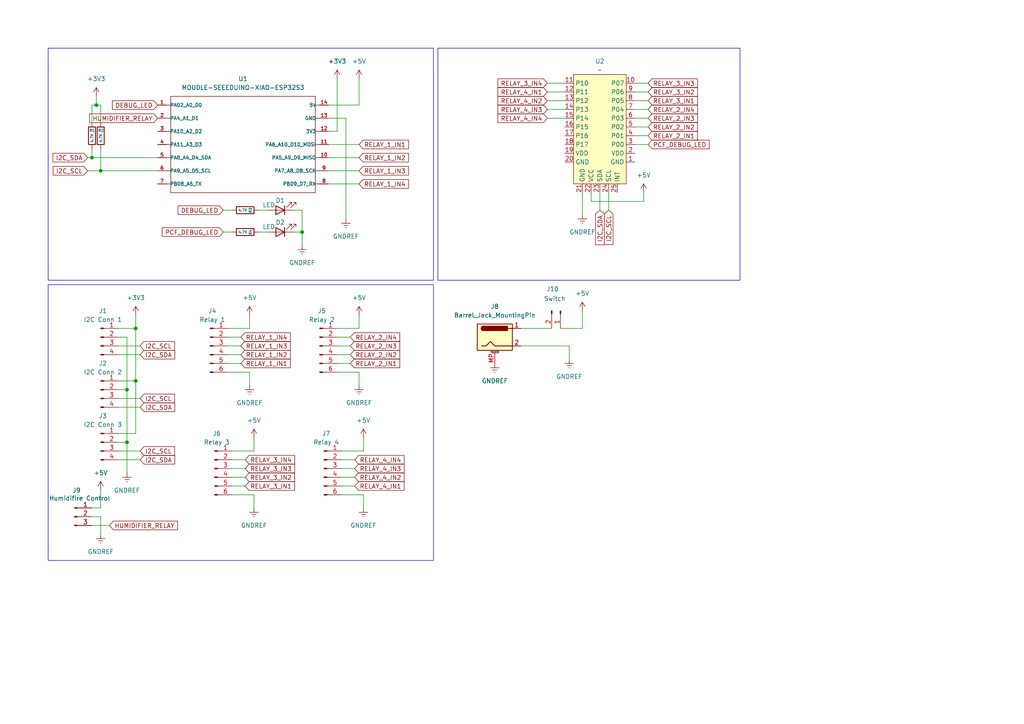
<source format=kicad_sch>
(kicad_sch (version 20231120) (generator "eeschema") (generator_version "8.0")
  (paper "A4")
  (lib_symbols
    (symbol "BSF-Lib:MOUDLE-SEEEDUINO-XIAO-ESP32S3" (pin_names (offset 1.016))
      (property "Reference" "U" (at -21.59 15.24 0))
      (property "Value" "MOUDLE-SEEEDUINO-XIAO-ESP32S3" (at -21.59 13.97 0))
      (symbol "MOUDLE-SEEEDUINO-XIAO-ESP32S3_0_0"
        (polyline (pts (xy -21.59 -13.97) (xy -21.59 0)) (stroke (width 0.1524)))
        (polyline (pts (xy -21.59 -11.43) (xy -22.86 -11.43)) (stroke (width 0.1524)))
        (polyline (pts (xy -21.59 -7.62) (xy -22.86 -7.62)) (stroke (width 0.1524)))
        (polyline (pts (xy -21.59 -3.81) (xy -22.86 -3.81)) (stroke (width 0.1524)))
        (polyline (pts (xy -21.59 0) (xy -22.86 0)) (stroke (width 0.1524)))
        (polyline (pts (xy -21.59 0) (xy -21.59 3.81)) (stroke (width 0.1524)))
        (polyline (pts (xy -21.59 3.81) (xy -22.86 3.81)) (stroke (width 0.1524)))
        (polyline (pts (xy -21.59 3.81) (xy -21.59 7.62)) (stroke (width 0.1524)))
        (polyline (pts (xy -21.59 7.62) (xy -22.86 7.62)) (stroke (width 0.1524)))
        (polyline (pts (xy -21.59 7.62) (xy -21.59 11.43)) (stroke (width 0.1524)))
        (polyline (pts (xy -21.59 11.43) (xy -22.86 11.43)) (stroke (width 0.1524)))
        (polyline (pts (xy -21.59 11.43) (xy -21.59 13.97)) (stroke (width 0.1524)))
        (polyline (pts (xy -21.59 13.97) (xy 20.32 13.97)) (stroke (width 0.1524)))
        (polyline (pts (xy 20.32 -13.97) (xy -21.59 -13.97)) (stroke (width 0.1524)))
        (polyline (pts (xy 20.32 3.81) (xy 20.32 -13.97)) (stroke (width 0.1524)))
        (polyline (pts (xy 20.32 7.62) (xy 20.32 3.81)) (stroke (width 0.1524)))
        (polyline (pts (xy 20.32 11.43) (xy 20.32 7.62)) (stroke (width 0.1524)))
        (polyline (pts (xy 20.32 13.97) (xy 20.32 11.43)) (stroke (width 0.1524)))
        (polyline (pts (xy 21.59 -11.43) (xy 20.32 -11.43)) (stroke (width 0.1524)))
        (polyline (pts (xy 21.59 -7.62) (xy 20.32 -7.62)) (stroke (width 0.1524)))
        (polyline (pts (xy 21.59 -3.81) (xy 20.32 -3.81)) (stroke (width 0.1524)))
        (polyline (pts (xy 21.59 0) (xy 20.32 0)) (stroke (width 0.1524)))
        (polyline (pts (xy 21.59 3.81) (xy 20.32 3.81)) (stroke (width 0.1524)))
        (polyline (pts (xy 21.59 7.62) (xy 20.32 7.62)) (stroke (width 0.1524)))
        (polyline (pts (xy 21.59 11.43) (xy 20.32 11.43)) (stroke (width 0.1524)))
        (pin bidirectional line (at -25.4 11.43 0) (length 2.54) (name "PA02_A0_D0") (number "1"))
        (pin bidirectional line (at 24.13 -3.81 180) (length 2.54) (name "PA5_A9_D9_MISO") (number "10"))
        (pin bidirectional line (at 24.13 0 180) (length 2.54) (name "PA6_A10_D10_MOSI") (number "11"))
        (pin bidirectional line (at 24.13 3.81 180) (length 2.54) (name "3V3") (number "12"))
        (pin bidirectional line (at 24.13 7.62 180) (length 2.54) (name "GND") (number "13"))
        (pin bidirectional line (at 24.13 11.43 180) (length 2.54) (name "5V") (number "14"))
        (pin bidirectional line (at -25.4 7.62 0) (length 2.54) (name "PA4_A1_D1") (number "2"))
        (pin bidirectional line (at -25.4 3.81 0) (length 2.54) (name "PA10_A2_D2") (number "3"))
        (pin bidirectional line (at -25.4 0 0) (length 2.54) (name "PA11_A3_D3") (number "4"))
        (pin bidirectional line (at -25.4 -3.81 0) (length 2.54) (name "PA8_A4_D4_SDA") (number "5"))
        (pin bidirectional line (at -25.4 -7.62 0) (length 2.54) (name "PA9_A5_D5_SCL") (number "6"))
        (pin bidirectional line (at -25.4 -11.43 0) (length 2.54) (name "PB08_A6_TX") (number "7"))
        (pin bidirectional line (at 24.13 -11.43 180) (length 2.54) (name "PB09_D7_RX") (number "8"))
        (pin bidirectional line (at 24.13 -7.62 180) (length 2.54) (name "PA7_A8_D8_SCK") (number "9"))
      )
    )
    (symbol "BSF-Lib:PCF8575_IO_Expander"
      (property "Reference" "U" (at 16.002 5.08 0))
      (symbol "PCF8575_IO_Expander_1_1"
        (rectangle (start 8.89 16.51) (end 24.13 -15.24) (fill (type background)))
        (pin power_in line (at 26.67 -8.89 180) (length 2.54) (name "GND") (number "1"))
        (pin bidirectional line (at 26.67 13.97 180) (length 2.54) (name "P07") (number "10"))
        (pin bidirectional line (at 6.35 13.97 0) (length 2.54) (name "P10") (number "11"))
        (pin bidirectional line (at 6.35 11.43 0) (length 2.54) (name "P11") (number "12"))
        (pin bidirectional line (at 6.35 8.89 0) (length 2.54) (name "P12") (number "13"))
        (pin bidirectional line (at 6.35 6.35 0) (length 2.54) (name "P13") (number "14"))
        (pin bidirectional line (at 6.35 3.81 0) (length 2.54) (name "P14") (number "15"))
        (pin bidirectional line (at 6.35 1.27 0) (length 2.54) (name "P15") (number "16"))
        (pin bidirectional line (at 6.35 -1.27 0) (length 2.54) (name "P16") (number "17"))
        (pin bidirectional line (at 6.35 -3.81 0) (length 2.54) (name "P17") (number "18"))
        (pin power_in line (at 6.35 -6.35 0) (length 2.54) (name "VDD") (number "19"))
        (pin power_in line (at 26.67 -6.35 180) (length 2.54) (name "VDD") (number "2"))
        (pin power_in line (at 6.35 -8.89 0) (length 2.54) (name "GND") (number "20"))
        (pin power_in line (at 11.43 -17.78 90) (length 2.54) (name "GND") (number "21"))
        (pin power_in line (at 13.97 -17.78 90) (length 2.54) (name "VCC") (number "22"))
        (pin bidirectional line (at 16.51 -17.78 90) (length 2.54) (name "SDA") (number "23"))
        (pin bidirectional line (at 19.05 -17.78 90) (length 2.54) (name "SCL") (number "24"))
        (pin bidirectional line (at 21.59 -17.78 90) (length 2.54) (name "INT") (number "25"))
        (pin bidirectional line (at 26.67 -3.81 180) (length 2.54) (name "P00") (number "3"))
        (pin bidirectional line (at 26.67 -1.27 180) (length 2.54) (name "P01") (number "4"))
        (pin bidirectional line (at 26.67 1.27 180) (length 2.54) (name "P02") (number "5"))
        (pin bidirectional line (at 26.67 3.81 180) (length 2.54) (name "P03") (number "6"))
        (pin bidirectional line (at 26.67 6.35 180) (length 2.54) (name "P04") (number "7"))
        (pin power_in line (at 26.67 8.89 180) (length 2.54) (name "P05") (number "8"))
        (pin bidirectional line (at 26.67 11.43 180) (length 2.54) (name "P06") (number "9"))
      )
    )
    (symbol "Connector:Barrel_Jack_MountingPin" (pin_names hide)
      (property "Reference" "J" (at 0 5.334 0))
      (property "Value" "Barrel_Jack_MountingPin" (at 1.27 -6.35 0))
      (symbol "Barrel_Jack_MountingPin_0_1"
        (rectangle (start -5.08 3.81) (end 5.08 -3.81) (stroke (width 0.254)) (fill (type background)))
        (arc (start -3.302 3.175) (mid -3.9343 2.54) (end -3.302 1.905) (stroke (width 0.254)))
        (arc (start -3.302 3.175) (mid -3.9343 2.54) (end -3.302 1.905) (stroke (width 0.254)) (fill (type outline)))
        (polyline (pts (xy 5.08 2.54) (xy 3.81 2.54)) (stroke (width 0.254)))
        (polyline (pts (xy -3.81 -2.54) (xy -2.54 -2.54) (xy -1.27 -1.27) (xy 0 -2.54) (xy 2.54 -2.54) (xy 5.08 -2.54)) (stroke (width 0.254)))
        (rectangle (start 3.683 3.175) (end -3.302 1.905) (stroke (width 0.254)) (fill (type outline)))
      )
      (symbol "Barrel_Jack_MountingPin_1_1"
        (polyline (pts (xy -1.016 -4.572) (xy 1.016 -4.572)) (stroke (width 0.1524)))
        (text "Mounting" (at 0 -4.191 0) (effects (font (size 0.381 0.381))))
        (pin passive line (at 7.62 2.54 180) (length 2.54) (name "~") (number "1"))
        (pin passive line (at 7.62 -2.54 180) (length 2.54) (name "~") (number "2"))
        (pin passive line (at 0 -7.62 90) (length 3.048) (name "MountPin") (number "MP"))
      )
    )
    (symbol "Connector:Conn_01x02_Pin" (pin_names (offset 1.016) hide)
      (property "Reference" "J" (at 0 2.54 0))
      (property "Value" "Conn_01x02_Pin" (at 0 -5.08 0))
      (symbol "Conn_01x02_Pin_1_1"
        (polyline (pts (xy 1.27 -2.54) (xy 0.8636 -2.54)) (stroke (width 0.1524)))
        (polyline (pts (xy 1.27 0) (xy 0.8636 0)) (stroke (width 0.1524)))
        (rectangle (start 0.8636 -2.413) (end 0 -2.667) (stroke (width 0.1524)) (fill (type outline)))
        (rectangle (start 0.8636 0.127) (end 0 -0.127) (stroke (width 0.1524)) (fill (type outline)))
        (pin passive line (at 5.08 0 180) (length 3.81) (name "Pin_1") (number "1"))
        (pin passive line (at 5.08 -2.54 180) (length 3.81) (name "Pin_2") (number "2"))
      )
    )
    (symbol "Connector:Conn_01x03_Pin" (pin_names (offset 1.016) hide)
      (property "Reference" "J" (at 0 5.08 0))
      (property "Value" "Conn_01x03_Pin" (at 0 -5.08 0))
      (symbol "Conn_01x03_Pin_1_1"
        (polyline (pts (xy 1.27 -2.54) (xy 0.8636 -2.54)) (stroke (width 0.1524)))
        (polyline (pts (xy 1.27 0) (xy 0.8636 0)) (stroke (width 0.1524)))
        (polyline (pts (xy 1.27 2.54) (xy 0.8636 2.54)) (stroke (width 0.1524)))
        (rectangle (start 0.8636 -2.413) (end 0 -2.667) (stroke (width 0.1524)) (fill (type outline)))
        (rectangle (start 0.8636 0.127) (end 0 -0.127) (stroke (width 0.1524)) (fill (type outline)))
        (rectangle (start 0.8636 2.667) (end 0 2.413) (stroke (width 0.1524)) (fill (type outline)))
        (pin passive line (at 5.08 2.54 180) (length 3.81) (name "Pin_1") (number "1"))
        (pin passive line (at 5.08 0 180) (length 3.81) (name "Pin_2") (number "2"))
        (pin passive line (at 5.08 -2.54 180) (length 3.81) (name "Pin_3") (number "3"))
      )
    )
    (symbol "Connector:Conn_01x04_Pin" (pin_names (offset 1.016) hide)
      (property "Reference" "J" (at 0 5.08 0))
      (property "Value" "Conn_01x04_Pin" (at 0 -7.62 0))
      (symbol "Conn_01x04_Pin_1_1"
        (polyline (pts (xy 1.27 -5.08) (xy 0.8636 -5.08)) (stroke (width 0.1524)))
        (polyline (pts (xy 1.27 -2.54) (xy 0.8636 -2.54)) (stroke (width 0.1524)))
        (polyline (pts (xy 1.27 0) (xy 0.8636 0)) (stroke (width 0.1524)))
        (polyline (pts (xy 1.27 2.54) (xy 0.8636 2.54)) (stroke (width 0.1524)))
        (rectangle (start 0.8636 -4.953) (end 0 -5.207) (stroke (width 0.1524)) (fill (type outline)))
        (rectangle (start 0.8636 -2.413) (end 0 -2.667) (stroke (width 0.1524)) (fill (type outline)))
        (rectangle (start 0.8636 0.127) (end 0 -0.127) (stroke (width 0.1524)) (fill (type outline)))
        (rectangle (start 0.8636 2.667) (end 0 2.413) (stroke (width 0.1524)) (fill (type outline)))
        (pin passive line (at 5.08 2.54 180) (length 3.81) (name "Pin_1") (number "1"))
        (pin passive line (at 5.08 0 180) (length 3.81) (name "Pin_2") (number "2"))
        (pin passive line (at 5.08 -2.54 180) (length 3.81) (name "Pin_3") (number "3"))
        (pin passive line (at 5.08 -5.08 180) (length 3.81) (name "Pin_4") (number "4"))
      )
    )
    (symbol "Connector:Conn_01x06_Pin" (pin_names (offset 1.016) hide)
      (property "Reference" "J" (at 0 7.62 0))
      (property "Value" "Conn_01x06_Pin" (at 0 -10.16 0))
      (symbol "Conn_01x06_Pin_1_1"
        (polyline (pts (xy 1.27 -7.62) (xy 0.8636 -7.62)) (stroke (width 0.1524)))
        (polyline (pts (xy 1.27 -5.08) (xy 0.8636 -5.08)) (stroke (width 0.1524)))
        (polyline (pts (xy 1.27 -2.54) (xy 0.8636 -2.54)) (stroke (width 0.1524)))
        (polyline (pts (xy 1.27 0) (xy 0.8636 0)) (stroke (width 0.1524)))
        (polyline (pts (xy 1.27 2.54) (xy 0.8636 2.54)) (stroke (width 0.1524)))
        (polyline (pts (xy 1.27 5.08) (xy 0.8636 5.08)) (stroke (width 0.1524)))
        (rectangle (start 0.8636 -7.493) (end 0 -7.747) (stroke (width 0.1524)) (fill (type outline)))
        (rectangle (start 0.8636 -4.953) (end 0 -5.207) (stroke (width 0.1524)) (fill (type outline)))
        (rectangle (start 0.8636 -2.413) (end 0 -2.667) (stroke (width 0.1524)) (fill (type outline)))
        (rectangle (start 0.8636 0.127) (end 0 -0.127) (stroke (width 0.1524)) (fill (type outline)))
        (rectangle (start 0.8636 2.667) (end 0 2.413) (stroke (width 0.1524)) (fill (type outline)))
        (rectangle (start 0.8636 5.207) (end 0 4.953) (stroke (width 0.1524)) (fill (type outline)))
        (pin passive line (at 5.08 5.08 180) (length 3.81) (name "Pin_1") (number "1"))
        (pin passive line (at 5.08 2.54 180) (length 3.81) (name "Pin_2") (number "2"))
        (pin passive line (at 5.08 0 180) (length 3.81) (name "Pin_3") (number "3"))
        (pin passive line (at 5.08 -2.54 180) (length 3.81) (name "Pin_4") (number "4"))
        (pin passive line (at 5.08 -5.08 180) (length 3.81) (name "Pin_5") (number "5"))
        (pin passive line (at 5.08 -7.62 180) (length 3.81) (name "Pin_6") (number "6"))
      )
    )
    (symbol "Device:LED" (pin_numbers hide) (pin_names (offset 1.016) hide)
      (property "Reference" "D" (at 0 2.54 0))
      (property "Value" "LED" (at 0 -2.54 0))
      (symbol "LED_0_1"
        (polyline (pts (xy -1.27 -1.27) (xy -1.27 1.27)) (stroke (width 0.254)))
        (polyline (pts (xy -1.27 0) (xy 1.27 0)))
        (polyline (pts (xy 1.27 -1.27) (xy 1.27 1.27) (xy -1.27 0) (xy 1.27 -1.27)) (stroke (width 0.254)))
        (polyline (pts (xy -3.048 -0.762) (xy -4.572 -2.286) (xy -3.81 -2.286) (xy -4.572 -2.286) (xy -4.572 -1.524)))
        (polyline (pts (xy -1.778 -0.762) (xy -3.302 -2.286) (xy -2.54 -2.286) (xy -3.302 -2.286) (xy -3.302 -1.524)))
      )
      (symbol "LED_1_1"
        (pin passive line (at -3.81 0 0) (length 2.54) (name "K") (number "1"))
        (pin passive line (at 3.81 0 180) (length 2.54) (name "A") (number "2"))
      )
    )
    (symbol "Device:R" (pin_numbers hide) (pin_names (offset 0))
      (property "Reference" "R" (at 2.032 0 90))
      (property "Value" "R" (at 0 0 90))
      (symbol "R_0_1"
        (rectangle (start -1.016 -2.54) (end 1.016 2.54) (stroke (width 0.254)))
      )
      (symbol "R_1_1"
        (pin passive line (at 0 3.81 270) (length 1.27) (name "~") (number "1"))
        (pin passive line (at 0 -3.81 90) (length 1.27) (name "~") (number "2"))
      )
    )
    (symbol "power:+3V3" (power) (pin_names (offset 0))
      (property "Value" "+3V3" (at 0 3.556 0))
      (symbol "+3V3_0_1"
        (polyline (pts (xy -0.762 1.27) (xy 0 2.54)))
        (polyline (pts (xy 0 0) (xy 0 2.54)))
        (polyline (pts (xy 0 2.54) (xy 0.762 1.27)))
      )
      (symbol "+3V3_1_1"
        (pin power_in line (at 0 0 90) (length 0) hide (name "+3V3") (number "1"))
      )
    )
    (symbol "power:+5V" (power) (pin_names (offset 0))
      (property "Value" "+5V" (at 0 3.556 0))
      (symbol "+5V_0_1"
        (polyline (pts (xy -0.762 1.27) (xy 0 2.54)))
        (polyline (pts (xy 0 0) (xy 0 2.54)))
        (polyline (pts (xy 0 2.54) (xy 0.762 1.27)))
      )
      (symbol "+5V_1_1"
        (pin power_in line (at 0 0 90) (length 0) hide (name "+5V") (number "1"))
      )
    )
    (symbol "power:GNDREF" (power) (pin_names (offset 0))
      (property "Value" "GNDREF" (at 0 -3.81 0))
      (symbol "GNDREF_0_1"
        (polyline (pts (xy -0.635 -1.905) (xy 0.635 -1.905)))
        (polyline (pts (xy -0.127 -2.54) (xy 0.127 -2.54)))
        (polyline (pts (xy 0 -1.27) (xy 0 0)))
        (polyline (pts (xy 1.27 -1.27) (xy -1.27 -1.27)))
      )
      (symbol "GNDREF_1_1"
        (pin power_in line (at 0 0 270) (length 0) hide (name "GNDREF") (number "1"))
      )
    )
  )
  (junction (at 39.37 110.49))
  (junction (at 39.37 95.25))
  (junction (at 36.83 128.27))
  (junction (at 27.94 30.48))
  (junction (at 87.63 67.31))
  (junction (at 29.21 49.53))
  (junction (at 36.83 113.03))
  (junction (at 26.67 45.72))
  (wire (pts (xy 27.94 27.94) (xy 27.94 30.48)))
  (wire (pts (xy 36.83 97.79) (xy 36.83 113.03)))
  (wire (pts (xy 66.04 95.25) (xy 72.39 95.25)))
  (wire (pts (xy 34.29 118.11) (xy 40.64 118.11)))
  (wire (pts (xy 184.15 29.21) (xy 187.96 29.21)))
  (wire (pts (xy 99.06 133.35) (xy 102.87 133.35)))
  (wire (pts (xy 66.04 107.95) (xy 72.39 107.95)))
  (wire (pts (xy 151.13 95.25) (xy 160.02 95.25)))
  (wire (pts (xy 64.77 67.31) (xy 67.31 67.31)))
  (wire (pts (xy 165.1 100.33) (xy 165.1 104.14)))
  (wire (pts (xy 95.25 30.48) (xy 104.14 30.48)))
  (wire (pts (xy 95.25 41.91) (xy 104.14 41.91)))
  (wire (pts (xy 34.29 95.25) (xy 39.37 95.25)))
  (wire (pts (xy 184.15 36.83) (xy 187.96 36.83)))
  (wire (pts (xy 95.25 53.34) (xy 104.14 53.34)))
  (wire (pts (xy 99.06 143.51) (xy 105.41 143.51)))
  (wire (pts (xy 67.31 143.51) (xy 73.66 143.51)))
  (wire (pts (xy 99.06 135.89) (xy 102.87 135.89)))
  (wire (pts (xy 99.06 140.97) (xy 102.87 140.97)))
  (wire (pts (xy 158.75 31.75) (xy 163.83 31.75)))
  (wire (pts (xy 26.67 147.32) (xy 29.21 147.32)))
  (wire (pts (xy 64.77 60.96) (xy 67.31 60.96)))
  (wire (pts (xy 105.41 143.51) (xy 105.41 147.32)))
  (wire (pts (xy 97.79 95.25) (xy 104.14 95.25)))
  (wire (pts (xy 25.4 45.72) (xy 26.67 45.72)))
  (wire (pts (xy 95.25 34.29) (xy 100.33 34.29)))
  (wire (pts (xy 67.31 130.81) (xy 73.66 130.81)))
  (wire (pts (xy 104.14 95.25) (xy 104.14 91.44)))
  (wire (pts (xy 173.99 55.88) (xy 173.99 60.96)))
  (wire (pts (xy 184.15 31.75) (xy 187.96 31.75)))
  (wire (pts (xy 99.06 138.43) (xy 102.87 138.43)))
  (wire (pts (xy 171.45 58.42) (xy 186.69 58.42)))
  (wire (pts (xy 104.14 30.48) (xy 104.14 22.86)))
  (wire (pts (xy 34.29 128.27) (xy 36.83 128.27)))
  (wire (pts (xy 99.06 130.81) (xy 105.41 130.81)))
  (wire (pts (xy 85.09 60.96) (xy 87.63 60.96)))
  (wire (pts (xy 87.63 67.31) (xy 87.63 71.12)))
  (wire (pts (xy 67.31 140.97) (xy 71.12 140.97)))
  (wire (pts (xy 26.67 152.4) (xy 31.75 152.4)))
  (wire (pts (xy 39.37 95.25) (xy 39.37 110.49)))
  (wire (pts (xy 184.15 41.91) (xy 187.96 41.91)))
  (wire (pts (xy 184.15 24.13) (xy 187.96 24.13)))
  (wire (pts (xy 67.31 133.35) (xy 71.12 133.35)))
  (wire (pts (xy 171.45 55.88) (xy 171.45 58.42)))
  (wire (pts (xy 26.67 43.18) (xy 26.67 45.72)))
  (wire (pts (xy 184.15 34.29) (xy 187.96 34.29)))
  (wire (pts (xy 97.79 107.95) (xy 104.14 107.95)))
  (wire (pts (xy 176.53 55.88) (xy 176.53 60.96)))
  (wire (pts (xy 29.21 30.48) (xy 29.21 35.56)))
  (wire (pts (xy 97.79 102.87) (xy 101.6 102.87)))
  (wire (pts (xy 97.79 97.79) (xy 101.6 97.79)))
  (wire (pts (xy 66.04 105.41) (xy 69.85 105.41)))
  (wire (pts (xy 66.04 102.87) (xy 69.85 102.87)))
  (wire (pts (xy 36.83 128.27) (xy 36.83 137.16)))
  (wire (pts (xy 29.21 43.18) (xy 29.21 49.53)))
  (wire (pts (xy 104.14 107.95) (xy 104.14 111.76)))
  (wire (pts (xy 34.29 113.03) (xy 36.83 113.03)))
  (wire (pts (xy 34.29 133.35) (xy 40.64 133.35)))
  (wire (pts (xy 74.93 60.96) (xy 77.47 60.96)))
  (wire (pts (xy 39.37 95.25) (xy 39.37 91.44)))
  (wire (pts (xy 105.41 130.81) (xy 105.41 127)))
  (wire (pts (xy 36.83 128.27) (xy 36.83 113.03)))
  (wire (pts (xy 73.66 143.51) (xy 73.66 147.32)))
  (wire (pts (xy 34.29 130.81) (xy 40.64 130.81)))
  (wire (pts (xy 39.37 110.49) (xy 39.37 125.73)))
  (wire (pts (xy 158.75 24.13) (xy 163.83 24.13)))
  (wire (pts (xy 25.4 49.53) (xy 29.21 49.53)))
  (wire (pts (xy 26.67 149.86) (xy 29.21 149.86)))
  (wire (pts (xy 100.33 63.5) (xy 100.33 34.29)))
  (wire (pts (xy 186.69 58.42) (xy 186.69 55.88)))
  (wire (pts (xy 26.67 45.72) (xy 45.72 45.72)))
  (wire (pts (xy 73.66 130.81) (xy 73.66 127)))
  (wire (pts (xy 72.39 95.25) (xy 72.39 91.44)))
  (wire (pts (xy 27.94 30.48) (xy 29.21 30.48)))
  (wire (pts (xy 72.39 107.95) (xy 72.39 111.76)))
  (wire (pts (xy 67.31 135.89) (xy 71.12 135.89)))
  (wire (pts (xy 29.21 149.86) (xy 29.21 154.94)))
  (wire (pts (xy 168.91 55.88) (xy 168.91 62.23)))
  (wire (pts (xy 34.29 100.33) (xy 40.64 100.33)))
  (wire (pts (xy 168.91 90.17) (xy 168.91 95.25)))
  (wire (pts (xy 151.13 100.33) (xy 165.1 100.33)))
  (wire (pts (xy 26.67 35.56) (xy 26.67 30.48)))
  (wire (pts (xy 95.25 49.53) (xy 104.14 49.53)))
  (wire (pts (xy 67.31 138.43) (xy 71.12 138.43)))
  (wire (pts (xy 34.29 125.73) (xy 39.37 125.73)))
  (wire (pts (xy 74.93 67.31) (xy 77.47 67.31)))
  (wire (pts (xy 26.67 30.48) (xy 27.94 30.48)))
  (wire (pts (xy 95.25 38.1) (xy 97.79 38.1)))
  (wire (pts (xy 158.75 34.29) (xy 163.83 34.29)))
  (wire (pts (xy 97.79 38.1) (xy 97.79 22.86)))
  (wire (pts (xy 158.75 29.21) (xy 163.83 29.21)))
  (wire (pts (xy 29.21 147.32) (xy 29.21 142.24)))
  (wire (pts (xy 184.15 39.37) (xy 187.96 39.37)))
  (wire (pts (xy 162.56 95.25) (xy 168.91 95.25)))
  (wire (pts (xy 184.15 26.67) (xy 187.96 26.67)))
  (wire (pts (xy 34.29 115.57) (xy 40.64 115.57)))
  (wire (pts (xy 85.09 67.31) (xy 87.63 67.31)))
  (wire (pts (xy 39.37 110.49) (xy 34.29 110.49)))
  (wire (pts (xy 66.04 100.33) (xy 69.85 100.33)))
  (wire (pts (xy 158.75 26.67) (xy 163.83 26.67)))
  (wire (pts (xy 66.04 97.79) (xy 69.85 97.79)))
  (wire (pts (xy 34.29 97.79) (xy 36.83 97.79)))
  (wire (pts (xy 97.79 105.41) (xy 101.6 105.41)))
  (wire (pts (xy 97.79 100.33) (xy 101.6 100.33)))
  (wire (pts (xy 29.21 49.53) (xy 45.72 49.53)))
  (wire (pts (xy 87.63 60.96) (xy 87.63 67.31)))
  (wire (pts (xy 34.29 102.87) (xy 40.64 102.87)))
  (wire (pts (xy 95.25 45.72) (xy 104.14 45.72)))
  (rectangle (start 13.97 13.97) (end 125.73 81.28))
  (rectangle (start 127 13.97) (end 214.63 81.28))
  (rectangle (start 13.97 82.55) (end 125.73 162.56))
  (global_label "RELAY_1_IN3" (shape input) (at 104.14 49.53 0) (property "Intersheetrefs" "${INTERSHEET_REFS}" (effects (hide yes))))
  (global_label "RELAY_3_IN3" (shape input) (at 71.12 135.89 0) (property "Intersheetrefs" "${INTERSHEET_REFS}" (effects (hide yes))))
  (global_label "RELAY_4_IN3" (shape input) (at 158.75 31.75 180) (property "Intersheetrefs" "${INTERSHEET_REFS}" (effects (hide yes))))
  (global_label "RELAY_3_IN2" (shape input) (at 187.96 26.67 0) (property "Intersheetrefs" "${INTERSHEET_REFS}" (effects (hide yes))))
  (global_label "RELAY_1_IN2" (shape input) (at 69.85 102.87 0) (property "Intersheetrefs" "${INTERSHEET_REFS}" (effects (hide yes))))
  (global_label "PCF_DEBUG_LED" (shape input) (at 64.77 67.31 180) (property "Intersheetrefs" "${INTERSHEET_REFS}" (effects (hide yes))))
  (global_label "I2C_SCL" (shape input) (at 40.64 115.57 0) (property "Intersheetrefs" "${INTERSHEET_REFS}" (effects (hide yes))))
  (global_label "I2C_SDA" (shape input) (at 40.64 118.11 0) (property "Intersheetrefs" "${INTERSHEET_REFS}" (effects (hide yes))))
  (global_label "RELAY_3_IN4" (shape input) (at 71.12 133.35 0) (property "Intersheetrefs" "${INTERSHEET_REFS}" (effects (hide yes))))
  (global_label "RELAY_2_IN4" (shape input) (at 187.96 31.75 0) (property "Intersheetrefs" "${INTERSHEET_REFS}" (effects (hide yes))))
  (global_label "RELAY_4_IN2" (shape input) (at 158.75 29.21 180) (property "Intersheetrefs" "${INTERSHEET_REFS}" (effects (hide yes))))
  (global_label "I2C_SCL" (shape input) (at 40.64 130.81 0) (property "Intersheetrefs" "${INTERSHEET_REFS}" (effects (hide yes))))
  (global_label "RELAY_2_IN2" (shape input) (at 101.6 102.87 0) (property "Intersheetrefs" "${INTERSHEET_REFS}" (effects (hide yes))))
  (global_label "I2C_SDA" (shape input) (at 173.99 60.96 270) (property "Intersheetrefs" "${INTERSHEET_REFS}" (effects (hide yes))))
  (global_label "RELAY_1_IN1" (shape input) (at 104.14 41.91 0) (property "Intersheetrefs" "${INTERSHEET_REFS}" (effects (hide yes))))
  (global_label "RELAY_3_IN3" (shape input) (at 187.96 24.13 0) (property "Intersheetrefs" "${INTERSHEET_REFS}" (effects (hide yes))))
  (global_label "RELAY_3_IN1" (shape input) (at 71.12 140.97 0) (property "Intersheetrefs" "${INTERSHEET_REFS}" (effects (hide yes))))
  (global_label "I2C_SCL" (shape input) (at 176.53 60.96 270) (property "Intersheetrefs" "${INTERSHEET_REFS}" (effects (hide yes))))
  (global_label "HUMIDIFIER_RELAY" (shape input) (at 45.72 34.29 180) (property "Intersheetrefs" "${INTERSHEET_REFS}" (effects (hide yes))))
  (global_label "RELAY_3_IN2" (shape input) (at 71.12 138.43 0) (property "Intersheetrefs" "${INTERSHEET_REFS}" (effects (hide yes))))
  (global_label "RELAY_1_IN4" (shape input) (at 69.85 97.79 0) (property "Intersheetrefs" "${INTERSHEET_REFS}" (effects (hide yes))))
  (global_label "I2C_SCL" (shape input) (at 40.64 100.33 0) (property "Intersheetrefs" "${INTERSHEET_REFS}" (effects (hide yes))))
  (global_label "I2C_SDA" (shape input) (at 25.4 45.72 180) (property "Intersheetrefs" "${INTERSHEET_REFS}" (effects (hide yes))))
  (global_label "RELAY_3_IN4" (shape input) (at 158.75 24.13 180) (property "Intersheetrefs" "${INTERSHEET_REFS}" (effects (hide yes))))
  (global_label "DEBUG_LED" (shape input) (at 64.77 60.96 180) (property "Intersheetrefs" "${INTERSHEET_REFS}" (effects (hide yes))))
  (global_label "RELAY_2_IN3" (shape input) (at 101.6 100.33 0) (property "Intersheetrefs" "${INTERSHEET_REFS}" (effects (hide yes))))
  (global_label "RELAY_3_IN1" (shape input) (at 187.96 29.21 0) (property "Intersheetrefs" "${INTERSHEET_REFS}" (effects (hide yes))))
  (global_label "RELAY_4_IN1" (shape input) (at 158.75 26.67 180) (property "Intersheetrefs" "${INTERSHEET_REFS}" (effects (hide yes))))
  (global_label "RELAY_2_IN2" (shape input) (at 187.96 36.83 0) (property "Intersheetrefs" "${INTERSHEET_REFS}" (effects (hide yes))))
  (global_label "PCF_DEBUG_LED" (shape input) (at 187.96 41.91 0) (property "Intersheetrefs" "${INTERSHEET_REFS}" (effects (hide yes))))
  (global_label "I2C_SDA" (shape input) (at 40.64 133.35 0) (property "Intersheetrefs" "${INTERSHEET_REFS}" (effects (hide yes))))
  (global_label "RELAY_4_IN1" (shape input) (at 102.87 140.97 0) (property "Intersheetrefs" "${INTERSHEET_REFS}" (effects (hide yes))))
  (global_label "RELAY_1_IN1" (shape input) (at 69.85 105.41 0) (property "Intersheetrefs" "${INTERSHEET_REFS}" (effects (hide yes))))
  (global_label "RELAY_2_IN3" (shape input) (at 187.96 34.29 0) (property "Intersheetrefs" "${INTERSHEET_REFS}" (effects (hide yes))))
  (global_label "RELAY_4_IN4" (shape input) (at 102.87 133.35 0) (property "Intersheetrefs" "${INTERSHEET_REFS}" (effects (hide yes))))
  (global_label "RELAY_1_IN4" (shape input) (at 104.14 53.34 0) (property "Intersheetrefs" "${INTERSHEET_REFS}" (effects (hide yes))))
  (global_label "RELAY_1_IN2" (shape input) (at 104.14 45.72 0) (property "Intersheetrefs" "${INTERSHEET_REFS}" (effects (hide yes))))
  (global_label "RELAY_1_IN3" (shape input) (at 69.85 100.33 0) (property "Intersheetrefs" "${INTERSHEET_REFS}" (effects (hide yes))))
  (global_label "HUMIDIFIER_RELAY" (shape input) (at 31.75 152.4 0) (property "Intersheetrefs" "${INTERSHEET_REFS}" (effects (hide yes))))
  (global_label "RELAY_2_IN1" (shape input) (at 187.96 39.37 0) (property "Intersheetrefs" "${INTERSHEET_REFS}" (effects (hide yes))))
  (global_label "I2C_SCL" (shape input) (at 25.4 49.53 180) (property "Intersheetrefs" "${INTERSHEET_REFS}" (effects (hide yes))))
  (global_label "RELAY_2_IN4" (shape input) (at 101.6 97.79 0) (property "Intersheetrefs" "${INTERSHEET_REFS}" (effects (hide yes))))
  (global_label "RELAY_4_IN2" (shape input) (at 102.87 138.43 0) (property "Intersheetrefs" "${INTERSHEET_REFS}" (effects (hide yes))))
  (global_label "DEBUG_LED" (shape input) (at 45.72 30.48 180) (property "Intersheetrefs" "${INTERSHEET_REFS}" (effects (hide yes))))
  (global_label "I2C_SDA" (shape input) (at 40.64 102.87 0) (property "Intersheetrefs" "${INTERSHEET_REFS}" (effects (hide yes))))
  (global_label "RELAY_4_IN4" (shape input) (at 158.75 34.29 180) (property "Intersheetrefs" "${INTERSHEET_REFS}" (effects (hide yes))))
  (global_label "RELAY_4_IN3" (shape input) (at 102.87 135.89 0) (property "Intersheetrefs" "${INTERSHEET_REFS}" (effects (hide yes))))
  (global_label "RELAY_2_IN1" (shape input) (at 101.6 105.41 0) (property "Intersheetrefs" "${INTERSHEET_REFS}" (effects (hide yes))))
  (symbol (lib_id "Device:R") (at 29.21 39.37 0) (unit 1)
    (property "Reference" "R2" (at 28.448 37.846 0) (effects (font (size 0.762 0.762)) (justify left)))
    (property "Value" "4.7K" (at 29.21 41.402 90) (effects (font (size 0.762 0.762)) (justify left)))
    (property "Footprint" "Resistor_THT:R_Axial_DIN0207_L6.3mm_D2.5mm_P7.62mm_Horizontal" (effects (hide yes)))
    (property "Description" "Resistor" (effects (hide yes)))
  )
  (symbol (lib_id "Connector:Conn_01x06_Pin") (at 60.96 100.33 0) (unit 1)
    (property "Reference" "J4" (at 61.595 90.17 0))
    (property "Value" "Relay 1" (at 61.595 92.71 0))
    (property "Footprint" "Connector_Molex:Molex_SL_171971-0006_1x06_P2.54mm_Vertical" (effects (hide yes)))
    (property "Description" "Generic connector, single row, 01x06, script generated" (effects (hide yes)))
  )
  (symbol (lib_id "Connector:Conn_01x04_Pin") (at 29.21 97.79 0) (unit 1)
    (property "Reference" "J1" (at 29.845 90.17 0))
    (property "Value" "I2C Conn 1" (at 29.845 92.71 0))
    (property "Footprint" "Connector_Molex:Molex_SL_171971-0004_1x04_P2.54mm_Vertical" (effects (hide yes)))
    (property "Description" "Generic connector, single row, 01x04, script generated" (effects (hide yes)))
  )
  (symbol (lib_id "power:GNDREF") (at 29.21 154.94 0) (unit 1)
    (property "Reference" "#PWR022" (effects (hide yes)))
    (property "Value" "GNDREF" (at 29.21 160.02 0))
    (property "Description" "Power symbol creates a global label with name \"GNDREF\" , reference supply ground" (effects (hide yes)))
  )
  (symbol (lib_id "Connector:Barrel_Jack_MountingPin") (at 143.51 97.79 0) (unit 1)
    (property "Reference" "J8" (at 143.51 88.9 0))
    (property "Value" "Barrel_Jack_MountingPin" (at 143.51 91.44 0))
    (property "Footprint" "Connector_BarrelJack:BarrelJack_Horizontal" (effects (hide yes)))
    (property "Description" "DC Barrel Jack with a mounting pin" (effects (hide yes)))
  )
  (symbol (lib_id "Device:LED") (at 81.28 60.96 180) (unit 1)
    (property "Reference" "D1" (at 81.28 58.166 0))
    (property "Value" "LED" (at 77.978 59.436 0))
    (property "Footprint" "LED_THT:LED_D3.0mm" (effects (hide yes)))
    (property "Description" "Light emitting diode" (effects (hide yes)))
  )
  (symbol (lib_id "power:+5V") (at 72.39 91.44 0) (unit 1)
    (property "Reference" "#PWR011" (effects (hide yes)))
    (property "Value" "+5V" (at 72.39 86.36 0))
    (property "Description" "Power symbol creates a global label with name \"+5V\"" (effects (hide yes)))
  )
  (symbol (lib_id "Connector:Conn_01x03_Pin") (at 21.59 149.86 0) (unit 1)
    (property "Reference" "J9" (at 22.225 142.24 0))
    (property "Value" "Humidifire Control" (at 23.114 144.526 0))
    (property "Footprint" "Connector_Molex:Molex_SL_171971-0003_1x03_P2.54mm_Vertical" (effects (hide yes)))
    (property "Description" "Generic connector, single row, 01x03, script generated" (effects (hide yes)))
  )
  (symbol (lib_id "power:GNDREF") (at 105.41 147.32 0) (unit 1)
    (property "Reference" "#PWR017" (effects (hide yes)))
    (property "Value" "GNDREF" (at 105.41 152.4 0))
    (property "Description" "Power symbol creates a global label with name \"GNDREF\" , reference supply ground" (effects (hide yes)))
  )
  (symbol (lib_id "power:GNDREF") (at 104.14 111.76 0) (unit 1)
    (property "Reference" "#PWR013" (effects (hide yes)))
    (property "Value" "GNDREF" (at 104.14 116.84 0))
    (property "Description" "Power symbol creates a global label with name \"GNDREF\" , reference supply ground" (effects (hide yes)))
  )
  (symbol (lib_id "power:GNDREF") (at 168.91 62.23 0) (unit 1)
    (property "Reference" "#PWR09" (effects (hide yes)))
    (property "Value" "GNDREF" (at 168.91 67.31 0))
    (property "Description" "Power symbol creates a global label with name \"GNDREF\" , reference supply ground" (effects (hide yes)))
  )
  (symbol (lib_id "power:+5V") (at 104.14 91.44 0) (unit 1)
    (property "Reference" "#PWR012" (effects (hide yes)))
    (property "Value" "+5V" (at 104.14 86.36 0))
    (property "Description" "Power symbol creates a global label with name \"+5V\"" (effects (hide yes)))
  )
  (symbol (lib_id "power:+5V") (at 168.91 90.17 0) (unit 1)
    (property "Reference" "#PWR018" (effects (hide yes)))
    (property "Value" "+5V" (at 168.91 85.09 0))
    (property "Description" "Power symbol creates a global label with name \"+5V\"" (effects (hide yes)))
  )
  (symbol (lib_id "power:GNDREF") (at 73.66 147.32 0) (unit 1)
    (property "Reference" "#PWR015" (effects (hide yes)))
    (property "Value" "GNDREF" (at 73.66 152.4 0))
    (property "Description" "Power symbol creates a global label with name \"GNDREF\" , reference supply ground" (effects (hide yes)))
  )
  (symbol (lib_id "BSF-Lib:MOUDLE-SEEEDUINO-XIAO-ESP32S3") (at 71.12 41.91 0) (unit 1)
    (property "Reference" "U1" (at 70.485 22.86 0))
    (property "Value" "MOUDLE-SEEEDUINO-XIAO-ESP32S3" (at 70.485 25.4 0))
    (property "Footprint" "BSF-Lib:MOUDLE14P-SMD-2.54-21X17.8MM" (effects (hide yes)))
  )
  (symbol (lib_id "Connector:Conn_01x06_Pin") (at 93.98 135.89 0) (unit 1)
    (property "Reference" "J7" (at 94.615 125.73 0))
    (property "Value" "Relay 4" (at 94.615 128.27 0))
    (property "Footprint" "Connector_Molex:Molex_SL_171971-0006_1x06_P2.54mm_Vertical" (effects (hide yes)))
    (property "Description" "Generic connector, single row, 01x06, script generated" (effects (hide yes)))
  )
  (symbol (lib_id "power:GNDREF") (at 72.39 111.76 0) (unit 1)
    (property "Reference" "#PWR010" (effects (hide yes)))
    (property "Value" "GNDREF" (at 72.39 116.84 0))
    (property "Description" "Power symbol creates a global label with name \"GNDREF\" , reference supply ground" (effects (hide yes)))
  )
  (symbol (lib_id "Connector:Conn_01x06_Pin") (at 62.23 135.89 0) (unit 1)
    (property "Reference" "J6" (at 62.865 125.73 0))
    (property "Value" "Relay 3" (at 62.865 128.27 0))
    (property "Footprint" "Connector_Molex:Molex_SL_171971-0006_1x06_P2.54mm_Vertical" (effects (hide yes)))
    (property "Description" "Generic connector, single row, 01x06, script generated" (effects (hide yes)))
  )
  (symbol (lib_id "power:+3V3") (at 97.79 22.86 0) (unit 1)
    (property "Reference" "#PWR03" (effects (hide yes)))
    (property "Value" "+3V3" (at 97.79 17.78 0))
    (property "Description" "Power symbol creates a global label with name \"+3V3\"" (effects (hide yes)))
  )
  (symbol (lib_id "BSF-Lib:PCF8575_IO_Expander") (at 157.48 38.1 0) (unit 1)
    (property "Reference" "U2" (at 173.99 17.78 0))
    (property "Value" "~" (at 173.99 20.32 0))
    (property "Footprint" "BSF-Lib:PCF8575_Module_ADA" (effects (hide yes)))
  )
  (symbol (lib_id "power:+5V") (at 29.21 142.24 0) (unit 1)
    (property "Reference" "#PWR023" (effects (hide yes)))
    (property "Value" "+5V" (at 29.21 137.16 0))
    (property "Description" "Power symbol creates a global label with name \"+5V\"" (effects (hide yes)))
  )
  (symbol (lib_id "power:+5V") (at 73.66 127 0) (unit 1)
    (property "Reference" "#PWR014" (effects (hide yes)))
    (property "Value" "+5V" (at 73.66 121.92 0))
    (property "Description" "Power symbol creates a global label with name \"+5V\"" (effects (hide yes)))
  )
  (symbol (lib_id "Connector:Conn_01x04_Pin") (at 29.21 128.27 0) (unit 1)
    (property "Reference" "J3" (at 29.845 120.65 0))
    (property "Value" "I2C Conn 3" (at 29.845 123.19 0))
    (property "Footprint" "Connector_Molex:Molex_SL_171971-0004_1x04_P2.54mm_Vertical" (effects (hide yes)))
    (property "Description" "Generic connector, single row, 01x04, script generated" (effects (hide yes)))
  )
  (symbol (lib_id "power:+5V") (at 186.69 55.88 0) (unit 1)
    (property "Reference" "#PWR08" (effects (hide yes)))
    (property "Value" "+5V" (at 186.69 50.8 0))
    (property "Description" "Power symbol creates a global label with name \"+5V\"" (effects (hide yes)))
  )
  (symbol (lib_id "power:+3V3") (at 39.37 91.44 0) (unit 1)
    (property "Reference" "#PWR05" (effects (hide yes)))
    (property "Value" "+3V3" (at 39.37 86.36 0))
    (property "Description" "Power symbol creates a global label with name \"+3V3\"" (effects (hide yes)))
  )
  (symbol (lib_id "Device:R") (at 71.12 60.96 270) (unit 1)
    (property "Reference" "R3" (at 72.644 60.198 0) (effects (font (size 0.762 0.762)) (justify left)))
    (property "Value" "4.7K" (at 69.088 60.96 90) (effects (font (size 0.762 0.762)) (justify left)))
    (property "Footprint" "Resistor_THT:R_Axial_DIN0207_L6.3mm_D2.5mm_P7.62mm_Horizontal" (effects (hide yes)))
    (property "Description" "Resistor" (effects (hide yes)))
  )
  (symbol (lib_id "power:+3V3") (at 27.94 27.94 0) (unit 1)
    (property "Reference" "#PWR06" (effects (hide yes)))
    (property "Value" "+3V3" (at 27.94 22.86 0))
    (property "Description" "Power symbol creates a global label with name \"+3V3\"" (effects (hide yes)))
  )
  (symbol (lib_id "power:+5V") (at 104.14 22.86 0) (unit 1)
    (property "Reference" "#PWR01" (effects (hide yes)))
    (property "Value" "+5V" (at 104.14 17.78 0))
    (property "Description" "Power symbol creates a global label with name \"+5V\"" (effects (hide yes)))
  )
  (symbol (lib_id "power:GNDREF") (at 143.51 105.41 0) (unit 1)
    (property "Reference" "#PWR021" (effects (hide yes)))
    (property "Value" "GNDREF" (at 143.51 110.49 0))
    (property "Description" "Power symbol creates a global label with name \"GNDREF\" , reference supply ground" (effects (hide yes)))
  )
  (symbol (lib_id "Device:R") (at 71.12 67.31 270) (unit 1)
    (property "Reference" "R4" (at 72.644 66.548 0) (effects (font (size 0.762 0.762)) (justify left)))
    (property "Value" "4.7K" (at 69.088 67.31 90) (effects (font (size 0.762 0.762)) (justify left)))
    (property "Footprint" "Resistor_THT:R_Axial_DIN0207_L6.3mm_D2.5mm_P7.62mm_Horizontal" (effects (hide yes)))
    (property "Description" "Resistor" (effects (hide yes)))
  )
  (symbol (lib_id "Device:R") (at 26.67 39.37 0) (unit 1)
    (property "Reference" "R1" (at 25.908 37.846 0) (effects (font (size 0.762 0.762)) (justify left)))
    (property "Value" "4.7K" (at 26.67 41.402 90) (effects (font (size 0.762 0.762)) (justify left)))
    (property "Footprint" "Resistor_THT:R_Axial_DIN0207_L6.3mm_D2.5mm_P7.62mm_Horizontal" (effects (hide yes)))
    (property "Description" "Resistor" (effects (hide yes)))
  )
  (symbol (lib_id "Connector:Conn_01x04_Pin") (at 29.21 113.03 0) (unit 1)
    (property "Reference" "J2" (at 29.845 105.41 0))
    (property "Value" "I2C Conn 2" (at 29.845 107.95 0))
    (property "Footprint" "Connector_Molex:Molex_SL_171971-0004_1x04_P2.54mm_Vertical" (effects (hide yes)))
    (property "Description" "Generic connector, single row, 01x04, script generated" (effects (hide yes)))
  )
  (symbol (lib_id "power:GNDREF") (at 87.63 71.12 0) (unit 1)
    (property "Reference" "#PWR07" (effects (hide yes)))
    (property "Value" "GNDREF" (at 87.63 76.2 0))
    (property "Description" "Power symbol creates a global label with name \"GNDREF\" , reference supply ground" (effects (hide yes)))
  )
  (symbol (lib_id "power:+5V") (at 105.41 127 0) (unit 1)
    (property "Reference" "#PWR016" (effects (hide yes)))
    (property "Value" "+5V" (at 105.41 121.92 0))
    (property "Description" "Power symbol creates a global label with name \"+5V\"" (effects (hide yes)))
  )
  (symbol (lib_id "power:GNDREF") (at 165.1 104.14 0) (unit 1)
    (property "Reference" "#PWR020" (effects (hide yes)))
    (property "Value" "GNDREF" (at 165.1 109.22 0))
    (property "Description" "Power symbol creates a global label with name \"GNDREF\" , reference supply ground" (effects (hide yes)))
  )
  (symbol (lib_id "Device:LED") (at 81.28 67.31 180) (unit 1)
    (property "Reference" "D2" (at 81.28 64.516 0))
    (property "Value" "LED" (at 77.978 65.786 0))
    (property "Footprint" "LED_THT:LED_D3.0mm" (effects (hide yes)))
    (property "Description" "Light emitting diode" (effects (hide yes)))
  )
  (symbol (lib_id "Connector:Conn_01x06_Pin") (at 92.71 100.33 0) (unit 1)
    (property "Reference" "J5" (at 93.345 90.17 0))
    (property "Value" "Relay 2" (at 93.345 92.71 0))
    (property "Footprint" "Connector_Molex:Molex_SL_171971-0006_1x06_P2.54mm_Vertical" (effects (hide yes)))
    (property "Description" "Generic connector, single row, 01x06, script generated" (effects (hide yes)))
  )
  (symbol (lib_id "Connector:Conn_01x02_Pin") (at 162.56 90.17 270) (unit 1)
    (property "Reference" "J10" (at 158.496 83.82 90) (effects (justify left)))
    (property "Value" "Switch" (at 157.734 86.614 90) (effects (justify left)))
    (property "Footprint" "Connector_PinHeader_2.54mm:PinHeader_1x02_P2.54mm_Vertical" (effects (hide yes)))
    (property "Description" "Generic connector, single row, 01x02, script generated" (effects (hide yes)))
  )
  (symbol (lib_id "power:GNDREF") (at 36.83 137.16 0) (unit 1)
    (property "Reference" "#PWR04" (effects (hide yes)))
    (property "Value" "GNDREF" (at 36.83 142.24 0))
    (property "Description" "Power symbol creates a global label with name \"GNDREF\" , reference supply ground" (effects (hide yes)))
  )
  (symbol (lib_id "power:GNDREF") (at 100.33 63.5 0) (unit 1)
    (property "Reference" "#PWR02" (effects (hide yes)))
    (property "Value" "GNDREF" (at 100.33 68.58 0))
    (property "Description" "Power symbol creates a global label with name \"GNDREF\" , reference supply ground" (effects (hide yes)))
  )
)
</source>
